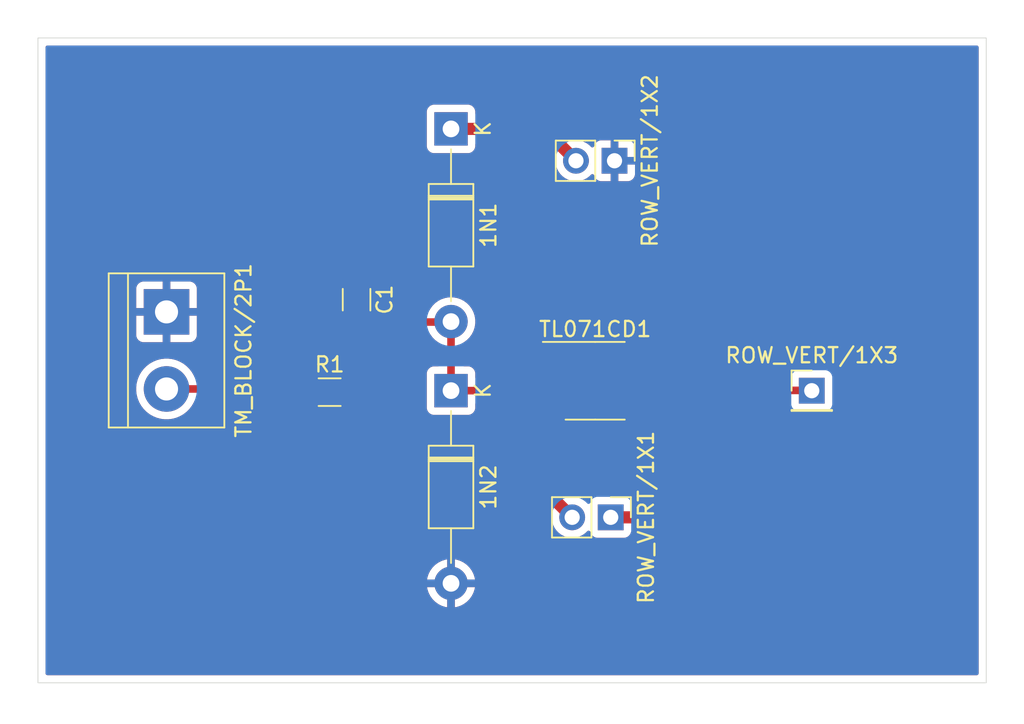
<source format=kicad_pcb>
(kicad_pcb (version 20241229) (generator "pcbnew") (generator_version "9.0")
  (layers (0 "F.Cu" signal) (2 "B.Cu" signal) (13 "F.Paste" user) (15 "B.Paste" user) (5 "F.SilkS" user "F.Silkscreen") (7 "B.SilkS" user "B.Silkscreen") (1 "F.Mask" user) (3 "B.Mask" user) (25 "Edge.Cuts" user))
  (net 0 "")
  (net 1 "Net-(1N1-K)")
  (net 2 "Net-(1N1-A)")
  (net 3 "GND")
  (net 4 "Net-(TM_BLOCK/2P1-Pin_2)")
  (net 5 "Net-(ROW_VERT/1X1-Pin_1)")
  (net 6 "Net-(ROW_VERT/1X1-Pin_2)")
  (net 7 "Net-(ROW_VERT/1X3-Pin_1)")
  (footprint "VAMK_D:DO41" (layer "F.Cu") (at 142.225 98.245 -90)
    (property "Reference" "1N2" (at 6.35 -2.47 90) (layer "F.SilkS"))
    (property "Value" "1N4148")
    (fp_line (start 3.63 1.47) (end 9.07 1.47) (stroke (width 0.12)) (layer "F.SilkS"))
    (fp_line (start 9.07 1.47) (end 9.07 -1.47) (stroke (width 0.12)) (layer "F.SilkS"))
    (fp_line (start 1.34 0) (end 3.63 0) (stroke (width 0.12)) (layer "F.SilkS"))
    (fp_line (start 11.36 0) (end 9.07 0) (stroke (width 0.12)) (layer "F.SilkS"))
    (fp_line (start 3.63 -1.47) (end 3.63 1.47) (stroke (width 0.12)) (layer "F.SilkS"))
    (fp_line (start 4.41 -1.47) (end 4.41 1.47) (stroke (width 0.12)) (layer "F.SilkS"))
    (fp_line (start 4.53 -1.47) (end 4.53 1.47) (stroke (width 0.12)) (layer "F.SilkS"))
    (fp_line (start 4.65 -1.47) (end 4.65 1.47) (stroke (width 0.12)) (layer "F.SilkS"))
    (fp_line (start 9.07 -1.47) (end 3.63 -1.47) (stroke (width 0.12)) (layer "F.SilkS"))
    (fp_text user "K" (at 0 -2.1 90) (layer "F.SilkS"))
    (pad "1" thru_hole rect (at 0 0 270) (size 2.2 2.2) (drill 1.1) (layers "*.Cu" "*.Mask") (net 2 "Net-(1N1-A)"))
    (pad "2" thru_hole oval (at 12.7 0 270) (size 2.2 2.2) (drill 1.1) (layers "*.Cu" "*.Mask") (net 3 "GND"))
  )
  (footprint "VAMK_CON:ROW_VERT_1x1" (layer "F.Cu") (at 166 98.25)
    (property "Reference" "ROW_VERT/1X3" (at 0 -2.33 0) (layer "F.SilkS"))
    (property "Value" "ROW_VERT_1X1")
    (fp_line (start -1.33 -1.33) (end 0 -1.33) (stroke (width 0.12)) (layer "F.SilkS"))
    (fp_line (start -1.33 0) (end -1.33 -1.33) (stroke (width 0.12)) (layer "F.SilkS"))
    (fp_line (start -1.33 1.27) (end -1.33 1.33) (stroke (width 0.12)) (layer "F.SilkS"))
    (fp_line (start -1.33 1.27) (end 1.33 1.27) (stroke (width 0.12)) (layer "F.SilkS"))
    (fp_line (start -1.33 1.33) (end 1.33 1.33) (stroke (width 0.12)) (layer "F.SilkS"))
    (fp_line (start 1.33 1.27) (end 1.33 1.33) (stroke (width 0.12)) (layer "F.SilkS"))
    (pad "1" thru_hole rect (at 0 0) (size 1.7 1.7) (drill 1) (layers "*.Cu" "*.Mask") (net 7 "Net-(ROW_VERT/1X3-Pin_1)"))
  )
  (footprint "VAMK_CON:TM_BLOCK_2P" (layer "F.Cu") (at 123.475 93.055 -90)
    (property "Reference" "TM_BLOCK/2P1" (at 2.54 -5.08 90) (layer "F.SilkS"))
    (property "Value" "TM_BLOCK_2P")
    (fp_line (start -2.54 3.81) (end 7.62 3.81) (stroke (width 0.12)) (layer "F.SilkS"))
    (fp_line (start 7.62 3.81) (end 7.62 -3.81) (stroke (width 0.12)) (layer "F.SilkS"))
    (fp_line (start 7.62 2.54) (end -2.54 2.54) (stroke (width 0.12)) (layer "F.SilkS"))
    (fp_line (start -2.54 -3.81) (end -2.54 3.81) (stroke (width 0.12)) (layer "F.SilkS"))
    (fp_line (start 7.62 -3.81) (end -2.54 -3.81) (stroke (width 0.12)) (layer "F.SilkS"))
    (pad "1" thru_hole rect (at 0 0 270) (size 3 3) (drill 1.52) (layers "*.Cu" "*.Mask") (net 3 "GND"))
    (pad "2" thru_hole circle (at 5.08 0 270) (size 3 3) (drill 1.52) (layers "*.Cu" "*.Mask") (net 4 "Net-(TM_BLOCK/2P1-Pin_2)"))
  )
  (footprint "VAMK_CON:ROW_VERT_1x2" (layer "F.Cu") (at 153 83.095 -90)
    (property "Reference" "ROW_VERT/1X2" (at 0 -2.33 90) (layer "F.SilkS"))
    (property "Value" "ROW_VERT_1X2")
    (fp_line (start -1.33 3.87) (end 1.33 3.87) (stroke (width 0.12)) (layer "F.SilkS"))
    (fp_line (start -1.33 1.27) (end -1.33 3.87) (stroke (width 0.12)) (layer "F.SilkS"))
    (fp_line (start -1.33 1.27) (end 1.33 1.27) (stroke (width 0.12)) (layer "F.SilkS"))
    (fp_line (start 1.33 1.27) (end 1.33 3.87) (stroke (width 0.12)) (layer "F.SilkS"))
    (fp_line (start -1.33 0) (end -1.33 -1.33) (stroke (width 0.12)) (layer "F.SilkS"))
    (fp_line (start -1.33 -1.33) (end 0 -1.33) (stroke (width 0.12)) (layer "F.SilkS"))
    (pad "1" thru_hole rect (at 0 0 270) (size 1.7 1.7) (drill 1) (layers "*.Cu" "*.Mask") (net 3 "GND"))
    (pad "2" thru_hole oval (at 0 2.54 270) (size 1.7 1.7) (drill 1) (layers "*.Cu" "*.Mask") (net 1 "Net-(1N1-K)"))
  )
  (footprint "VAMK_IC_SMD:SO8IC" (layer "F.Cu") (at 151.725 97.595)
    (property "Reference" "TL071CD1" (at 0 -3.4 0) (layer "F.SilkS"))
    (property "Value" "TL071CD_SO8")
    (fp_line (start 0 -2.56) (end -3.45 -2.56) (stroke (width 0.12)) (layer "F.SilkS"))
    (fp_line (start 0 -2.56) (end 1.95 -2.56) (stroke (width 0.12)) (layer "F.SilkS"))
    (fp_line (start 0 2.56) (end -1.95 2.56) (stroke (width 0.12)) (layer "F.SilkS"))
    (fp_line (start 0 2.56) (end 1.95 2.56) (stroke (width 0.12)) (layer "F.SilkS"))
    (pad "1" smd roundrect (at -2.475 -1.905) (size 1.95 0.6) (layers "F.Cu" "F.Mask" "F.Paste"))
    (pad "2" smd roundrect (at -2.475 -0.635) (size 1.95 0.6) (layers "F.Cu" "F.Mask" "F.Paste") (net 7 "Net-(ROW_VERT/1X3-Pin_1)"))
    (pad "3" smd roundrect (at -2.475 0.635) (size 1.95 0.6) (layers "F.Cu" "F.Mask" "F.Paste") (net 2 "Net-(1N1-A)"))
    (pad "4" smd roundrect (at -2.475 1.905) (size 1.95 0.6) (layers "F.Cu" "F.Mask" "F.Paste") (net 6 "Net-(ROW_VERT/1X1-Pin_2)"))
    (pad "5" smd roundrect (at 2.475 1.905) (size 1.95 0.6) (layers "F.Cu" "F.Mask" "F.Paste"))
    (pad "6" smd roundrect (at 2.475 0.635) (size 1.95 0.6) (layers "F.Cu" "F.Mask" "F.Paste") (net 7 "Net-(ROW_VERT/1X3-Pin_1)"))
    (pad "7" smd roundrect (at 2.475 -0.635) (size 1.95 0.6) (layers "F.Cu" "F.Mask" "F.Paste") (net 5 "Net-(ROW_VERT/1X1-Pin_1)"))
    (pad "8" smd roundrect (at 2.475 -1.905) (size 1.95 0.6) (layers "F.Cu" "F.Mask" "F.Paste"))
  )
  (footprint "VAMK_CON:ROW_VERT_1x2" (layer "F.Cu") (at 152.75 106.595 -90)
    (property "Reference" "ROW_VERT/1X1" (at 0 -2.33 90) (layer "F.SilkS"))
    (property "Value" "ROW_VERT_1X2")
    (fp_line (start -1.33 3.87) (end 1.33 3.87) (stroke (width 0.12)) (layer "F.SilkS"))
    (fp_line (start -1.33 1.27) (end -1.33 3.87) (stroke (width 0.12)) (layer "F.SilkS"))
    (fp_line (start -1.33 1.27) (end 1.33 1.27) (stroke (width 0.12)) (layer "F.SilkS"))
    (fp_line (start 1.33 1.27) (end 1.33 3.87) (stroke (width 0.12)) (layer "F.SilkS"))
    (fp_line (start -1.33 0) (end -1.33 -1.33) (stroke (width 0.12)) (layer "F.SilkS"))
    (fp_line (start -1.33 -1.33) (end 0 -1.33) (stroke (width 0.12)) (layer "F.SilkS"))
    (pad "1" thru_hole rect (at 0 0 270) (size 1.7 1.7) (drill 1) (layers "*.Cu" "*.Mask") (net 5 "Net-(ROW_VERT/1X1-Pin_1)"))
    (pad "2" thru_hole oval (at 0 2.54 270) (size 1.7 1.7) (drill 1) (layers "*.Cu" "*.Mask") (net 6 "Net-(ROW_VERT/1X1-Pin_2)"))
  )
  (footprint "VAMK_D:DO41" (layer "F.Cu") (at 142.225 80.995 -90)
    (property "Reference" "1N1" (at 6.35 -2.47 90) (layer "F.SilkS"))
    (property "Value" "1N4148")
    (fp_line (start 3.63 1.47) (end 9.07 1.47) (stroke (width 0.12)) (layer "F.SilkS"))
    (fp_line (start 9.07 1.47) (end 9.07 -1.47) (stroke (width 0.12)) (layer "F.SilkS"))
    (fp_line (start 1.34 0) (end 3.63 0) (stroke (width 0.12)) (layer "F.SilkS"))
    (fp_line (start 11.36 0) (end 9.07 0) (stroke (width 0.12)) (layer "F.SilkS"))
    (fp_line (start 3.63 -1.47) (end 3.63 1.47) (stroke (width 0.12)) (layer "F.SilkS"))
    (fp_line (start 4.41 -1.47) (end 4.41 1.47) (stroke (width 0.12)) (layer "F.SilkS"))
    (fp_line (start 4.53 -1.47) (end 4.53 1.47) (stroke (width 0.12)) (layer "F.SilkS"))
    (fp_line (start 4.65 -1.47) (end 4.65 1.47) (stroke (width 0.12)) (layer "F.SilkS"))
    (fp_line (start 9.07 -1.47) (end 3.63 -1.47) (stroke (width 0.12)) (layer "F.SilkS"))
    (fp_text user "K" (at 0 -2.1 90) (layer "F.SilkS"))
    (pad "1" thru_hole rect (at 0 0 270) (size 2.2 2.2) (drill 1.1) (layers "*.Cu" "*.Mask") (net 1 "Net-(1N1-K)"))
    (pad "2" thru_hole oval (at 12.7 0 270) (size 2.2 2.2) (drill 1.1) (layers "*.Cu" "*.Mask") (net 2 "Net-(1N1-A)"))
  )
  (footprint "VAMK_R_SMD:1206" (layer "F.Cu") (at 134.225 98.345)
    (property "Reference" "R1" (at 0 -1.82 0) (layer "F.SilkS"))
    (property "Value" "100R")
    (fp_line (start -0.727064 -0.91) (end 0.727064 -0.91) (stroke (width 0.12)) (layer "F.SilkS"))
    (fp_line (start -0.727064 0.91) (end 0.727064 0.91) (stroke (width 0.12)) (layer "F.SilkS"))
    (pad "1" smd roundrect (at -1.55 0) (size 1.3 1.75) (layers "F.Cu" "F.Mask" "F.Paste") (roundrect_rratio 0.192308) (net 4 "Net-(TM_BLOCK/2P1-Pin_2)"))
    (pad "2" smd roundrect (at 1.55 0) (size 1.3 1.75) (layers "F.Cu" "F.Mask" "F.Paste") (roundrect_rratio 0.192308) (net 2 "Net-(1N1-A)"))
  )
  (footprint "VAMK_C_SMD:C1206" (layer "F.Cu") (at 136 92.25 -90)
    (property "Reference" "C1" (at 0 -1.85 90) (layer "F.SilkS"))
    (property "Value" "10NF_50V_CER")
    (fp_line (start -0.711252 0.91) (end 0.711252 0.91) (stroke (width 0.12)) (layer "F.SilkS"))
    (fp_line (start -0.711252 -0.91) (end 0.711252 -0.91) (stroke (width 0.12)) (layer "F.SilkS"))
    (pad "1" smd roundrect (at -1.475 0 270) (size 1.15 1.8) (layers "F.Cu" "F.Mask" "F.Paste") (roundrect_rratio 0.217391) (net 3 "GND"))
    (pad "2" smd roundrect (at 1.475 0 270) (size 1.15 1.8) (layers "F.Cu" "F.Mask" "F.Paste") (roundrect_rratio 0.217391) (net 2 "Net-(1N1-A)"))
  )
  (gr_rect (start 115 75) (end 177.5 117.5) (stroke (width 0.05)) (fill no) (layer "Edge.Cuts"))
  (segment (start 150.46 83.095) (end 148.36 80.995) (width 0.8) (layer "F.Cu") (net 1))
  (segment (start 148.36 80.995) (end 142.225 80.995) (width 0.8) (layer "F.Cu") (net 1))
  (segment (start 136 93.725) (end 142.195 93.725) (width 0.5) (layer "F.Cu") (net 2))
  (segment (start 142.195 93.725) (end 142.225 93.695) (width 0.5) (layer "F.Cu") (net 2))
  (segment (start 142.225 98.245) (end 142.225 93.695) (width 0.5) (layer "F.Cu") (net 2))
  (segment (start 135.775 93.95) (end 136 93.725) (width 0.5) (layer "F.Cu") (net 2))
  (segment (start 142.225 98.245) (end 149.235 98.245) (width 0.5) (layer "F.Cu") (net 2))
  (segment (start 135.775 98.345) (end 135.775 93.95) (width 0.5) (layer "F.Cu") (net 2))
  (segment (start 149.235 98.245) (end 149.25 98.23) (width 0.5) (layer "F.Cu") (net 2))
  (segment (start 132.465 98.135) (end 132.675 98.345) (width 0.5) (layer "F.Cu") (net 4))
  (segment (start 123.475 98.135) (end 132.465 98.135) (width 0.5) (layer "F.Cu") (net 4))
  (segment (start 171 101) (end 171 98) (width 0.8) (layer "F.Cu") (net 5))
  (segment (start 165.405 106.595) (end 171 101) (width 0.8) (layer "F.Cu") (net 5))
  (segment (start 168.25 95.25) (end 158.25 95.25) (width 0.8) (layer "F.Cu") (net 5))
  (segment (start 158.25 95.25) (end 156.54 96.96) (width 0.8) (layer "F.Cu") (net 5))
  (segment (start 152.75 106.595) (end 165.405 106.595) (width 0.8) (layer "F.Cu") (net 5))
  (segment (start 156.54 96.96) (end 154.2 96.96) (width 0.8) (layer "F.Cu") (net 5))
  (segment (start 171 98) (end 168.25 95.25) (width 0.8) (layer "F.Cu") (net 5))
  (segment (start 147.25 103.635) (end 147.25 101.5) (width 0.8) (layer "F.Cu") (net 6))
  (segment (start 150.21 106.595) (end 147.25 103.635) (width 0.8) (layer "F.Cu") (net 6))
  (segment (start 147.25 101.5) (end 149.25 99.5) (width 0.8) (layer "F.Cu") (net 6))
  (segment (start 149.25 96.96) (end 151.1009 96.96) (width 0.5) (layer "F.Cu") (net 7))
  (segment (start 151.1009 96.96) (end 152.3709 98.23) (width 0.5) (layer "F.Cu") (net 7))
  (segment (start 152.3709 98.23) (end 154.2 98.23) (width 0.5) (layer "F.Cu") (net 7))
  (segment (start 154.2 98.23) (end 165.98 98.23) (width 0.5) (layer "F.Cu") (net 7))
  (segment (start 165.98 98.23) (end 166 98.25) (width 0.5) (layer "F.Cu") (net 7))
  (zone (net 3) (net_name "GND") (layers "F.Cu" "B.Cu") (connect_pads (clearance 0.5)) (min_thickness 0.25) (fill yes (thermal_gap 0.5) (thermal_bridge_width 0.5))
    (polygon (pts (xy 112.5 72.5) (xy 180 72.5) (xy 180 120.25) (xy 112.5 119.75)))
  )
)
</source>
